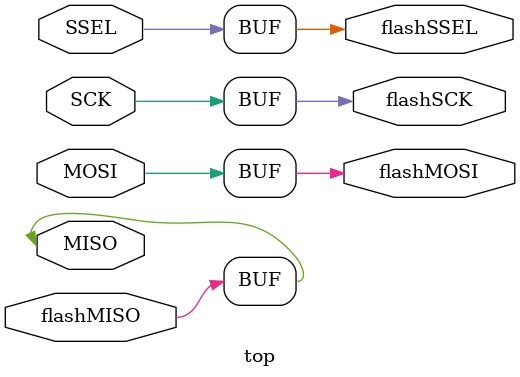
<source format=v>
  
module top(
  input SCK,  // arduino 13
  input MOSI, // arduino 11
  inout MISO, // arduino 12
  input SSEL, // arduino 9

  output flashMOSI,
  input  flashMISO,
  output flashSCK,
  output flashSSEL

  );

  assign flashMOSI = MOSI;
  assign MISO = flashMISO;
  assign flashSCK = SCK;
  assign flashSSEL = SSEL;

endmodule // top

</source>
